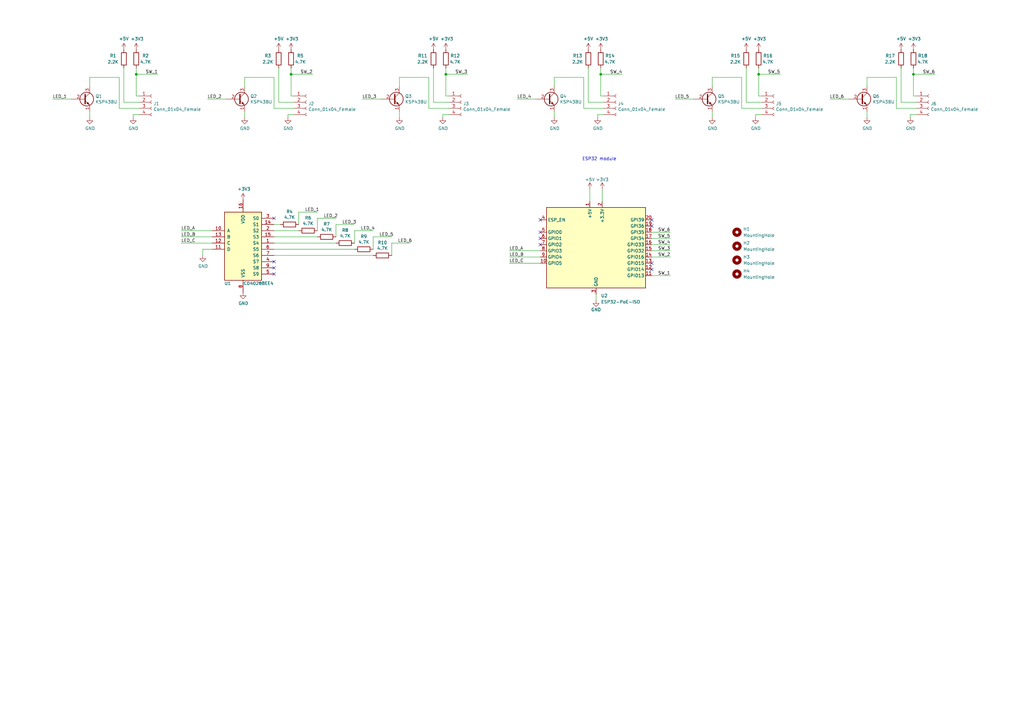
<source format=kicad_sch>
(kicad_sch (version 20211123) (generator eeschema)
  (paper "A3")
  (title_block (title "SM Desk Video switcher mainboard"))
  (lib_symbols
    (symbol "4xxx:4028" (pin_names (offset 1.016))
      (property "Reference" "U" (at -7.62 13.97 0))
      (property "Value" "4028" (at -7.62 -16.51 0))
      (symbol "4028_1_0"
        (pin output line (at 12.7 0 180) (length 5.08) (name "S4") (number "1"))
        (pin input line (at -12.7 5.08 0) (length 5.08) (name "A") (number "10"))
        (pin input line (at -12.7 -2.54 0) (length 5.08) (name "D") (number "11"))
        (pin input line (at -12.7 0 0) (length 5.08) (name "C") (number "12"))
        (pin input line (at -12.7 2.54 0) (length 5.08) (name "B") (number "13"))
        (pin output line (at 12.7 7.62 180) (length 5.08) (name "S1") (number "14"))
        (pin output line (at 12.7 2.54 180) (length 5.08) (name "S3") (number "15"))
        (pin power_in line (at 0 17.78 270) (length 5.08) (name "VDD") (number "16"))
        (pin output line (at 12.7 5.08 180) (length 5.08) (name "S2") (number "2"))
        (pin output line (at 12.7 10.16 180) (length 5.08) (name "S0") (number "3"))
        (pin output line (at 12.7 -7.62 180) (length 5.08) (name "S7") (number "4"))
        (pin output line (at 12.7 -12.7 180) (length 5.08) (name "S9") (number "5"))
        (pin output line (at 12.7 -2.54 180) (length 5.08) (name "S5") (number "6"))
        (pin output line (at 12.7 -5.08 180) (length 5.08) (name "S6") (number "7"))
        (pin power_in line (at 0 -20.32 90) (length 5.08) (name "VSS") (number "8"))
        (pin output line (at 12.7 -10.16 180) (length 5.08) (name "S8") (number "9"))
      )
      (symbol "4028_1_1"
        (rectangle (start -7.62 12.7) (end 7.62 -15.24) (stroke (width 0.254)) (fill (type background)))
      )
    )
    (symbol "Connector:Conn_01x04_Female" (pin_names (offset 1.016) hide)
      (property "Reference" "J" (at 0 5.08 0))
      (property "Value" "Conn_01x04_Female" (at 0 -7.62 0))
      (symbol "Conn_01x04_Female_1_1"
        (arc (start 0 -4.572) (mid -0.508 -5.08) (end 0 -5.588) (stroke (width 0.1524)))
        (arc (start 0 -2.032) (mid -0.508 -2.54) (end 0 -3.048) (stroke (width 0.1524)))
        (polyline (pts (xy -1.27 -5.08) (xy -0.508 -5.08)) (stroke (width 0.1524)))
        (polyline (pts (xy -1.27 -2.54) (xy -0.508 -2.54)) (stroke (width 0.1524)))
        (polyline (pts (xy -1.27 0) (xy -0.508 0)) (stroke (width 0.1524)))
        (polyline (pts (xy -1.27 2.54) (xy -0.508 2.54)) (stroke (width 0.1524)))
        (arc (start 0 0.508) (mid -0.508 0) (end 0 -0.508) (stroke (width 0.1524)))
        (arc (start 0 3.048) (mid -0.508 2.54) (end 0 2.032) (stroke (width 0.1524)))
        (pin passive line (at -5.08 2.54 0) (length 3.81) (name "Pin_1") (number "1"))
        (pin passive line (at -5.08 0 0) (length 3.81) (name "Pin_2") (number "2"))
        (pin passive line (at -5.08 -2.54 0) (length 3.81) (name "Pin_3") (number "3"))
        (pin passive line (at -5.08 -5.08 0) (length 3.81) (name "Pin_4") (number "4"))
      )
    )
    (symbol "Device:Q_NPN_EBC" (pin_names (offset 0) hide)
      (property "Reference" "Q" (at 5.08 1.27 0))
      (property "Value" "Q_NPN_EBC" (at 5.08 -1.27 0))
      (symbol "Q_NPN_EBC_0_1"
        (polyline (pts (xy 0.635 0.635) (xy 2.54 2.54)))
        (polyline (pts (xy 0.635 -0.635) (xy 2.54 -2.54) (xy 2.54 -2.54)))
        (polyline (pts (xy 0.635 1.905) (xy 0.635 -1.905) (xy 0.635 -1.905)) (stroke (width 0.508)))
        (polyline (pts (xy 1.27 -1.778) (xy 1.778 -1.27) (xy 2.286 -2.286) (xy 1.27 -1.778) (xy 1.27 -1.778)) (fill (type outline)))
        (circle (center 1.27 0) (radius 2.8194) (stroke (width 0.254)))
      )
      (symbol "Q_NPN_EBC_1_1"
        (pin passive line (at 2.54 -5.08 90) (length 2.54) (name "E") (number "1"))
        (pin passive line (at -5.08 0 0) (length 5.715) (name "B") (number "2"))
        (pin passive line (at 2.54 5.08 270) (length 2.54) (name "C") (number "3"))
      )
    )
    (symbol "Device:R" (pin_numbers hide) (pin_names (offset 0))
      (property "Reference" "R" (at 2.032 0 90))
      (property "Value" "R" (at 0 0 90))
      (symbol "R_0_1"
        (rectangle (start -1.016 -2.54) (end 1.016 2.54) (stroke (width 0.254)))
      )
      (symbol "R_1_1"
        (pin passive line (at 0 3.81 270) (length 1.27) (name "~") (number "1"))
        (pin passive line (at 0 -3.81 90) (length 1.27) (name "~") (number "2"))
      )
    )
    (symbol "MCU_Espressif:ESP32-PoE-ISO"
      (property "Reference" "U" (at 0 0 0))
      (property "Value" "ESP32-PoE-ISO" (at 0 0 0))
      (symbol "ESP32-PoE-ISO_0_1"
        (rectangle (start -20.32 48.26) (end 20.32 15.24) (stroke (width 0.254)) (fill (type background)))
      )
      (symbol "ESP32-PoE-ISO_1_1"
        (pin power_in line (at -2.54 50.8 270) (length 2.54) (name "+5V") (number "1"))
        (pin bidirectional line (at -22.86 25.4 0) (length 2.54) (name "GPIO5") (number "10"))
        (pin bidirectional line (at 22.86 20.32 180) (length 2.54) (name "GPIO13") (number "11"))
        (pin bidirectional line (at 22.86 22.86 180) (length 2.54) (name "GPIO14") (number "12"))
        (pin bidirectional line (at 22.86 25.4 180) (length 2.54) (name "GPIO15") (number "13"))
        (pin bidirectional line (at 22.86 27.94 180) (length 2.54) (name "GPIO16") (number "14"))
        (pin bidirectional line (at 22.86 30.48 180) (length 2.54) (name "GPIO32") (number "15"))
        (pin bidirectional line (at 22.86 33.02 180) (length 2.54) (name "GPIO33") (number "16"))
        (pin input line (at 22.86 35.56 180) (length 2.54) (name "GPI34") (number "17"))
        (pin input line (at 22.86 38.1 180) (length 2.54) (name "GPI35") (number "18"))
        (pin input line (at 22.86 40.64 180) (length 2.54) (name "GPI36") (number "19"))
        (pin power_in line (at 2.54 50.8 270) (length 2.54) (name "+3.3V") (number "2"))
        (pin input line (at 22.86 43.18 180) (length 2.54) (name "GPI39") (number "20"))
        (pin power_in line (at 0 12.7 90) (length 2.54) (name "GND") (number "3"))
        (pin input line (at -22.86 43.18 0) (length 2.54) (name "ESP_EN") (number "4"))
        (pin bidirectional line (at -22.86 38.1 0) (length 2.54) (name "GPIO0") (number "5"))
        (pin bidirectional line (at -22.86 35.56 0) (length 2.54) (name "GPIO1") (number "6"))
        (pin bidirectional line (at -22.86 33.02 0) (length 2.54) (name "GPIO2") (number "7"))
        (pin bidirectional line (at -22.86 30.48 0) (length 2.54) (name "GPIO3") (number "8"))
        (pin bidirectional line (at -22.86 27.94 0) (length 2.54) (name "GPIO4") (number "9"))
      )
    )
    (symbol "Mechanical:MountingHole" (pin_names (offset 1.016))
      (property "Reference" "H" (at 0 5.08 0))
      (property "Value" "MountingHole" (at 0 3.175 0))
      (symbol "MountingHole_0_1"
        (circle (center 0 0) (radius 1.27) (stroke (width 1.27)))
      )
    )
    (symbol "power:+3.3V" (power) (pin_names (offset 0))
      (property "Value" "+3.3V" (at 0 3.556 0))
      (symbol "+3.3V_0_1"
        (polyline (pts (xy -0.762 1.27) (xy 0 2.54)))
        (polyline (pts (xy 0 0) (xy 0 2.54)))
        (polyline (pts (xy 0 2.54) (xy 0.762 1.27)))
      )
      (symbol "+3.3V_1_1"
        (pin power_in line (at 0 0 90) (length 0) hide (name "+3V3") (number "1"))
      )
    )
    (symbol "power:+5V" (power) (pin_names (offset 0))
      (property "Value" "+5V" (at 0 3.556 0))
      (symbol "+5V_0_1"
        (polyline (pts (xy -0.762 1.27) (xy 0 2.54)))
        (polyline (pts (xy 0 0) (xy 0 2.54)))
        (polyline (pts (xy 0 2.54) (xy 0.762 1.27)))
      )
      (symbol "+5V_1_1"
        (pin power_in line (at 0 0 90) (length 0) hide (name "+5V") (number "1"))
      )
    )
    (symbol "power:GND" (power) (pin_names (offset 0))
      (property "Value" "GND" (at 0 -3.81 0))
      (symbol "GND_0_1"
        (polyline (pts (xy 0 0) (xy 0 -1.27) (xy 1.27 -1.27) (xy 0 -2.54) (xy -1.27 -1.27) (xy 0 -1.27)))
      )
      (symbol "GND_1_1"
        (pin power_in line (at 0 0 270) (length 0) hide (name "GND") (number "1"))
      )
    )
  )
  (junction (at 55.88 30.48))
  (junction (at 119.38 30.48))
  (junction (at 182.88 30.48))
  (junction (at 311.15 30.48))
  (junction (at 374.65 30.48))
  (junction (at 246.38 30.48))
  (no_connect (at 267.335 92.71))
  (no_connect (at 267.335 90.17))
  (no_connect (at 221.615 95.25))
  (no_connect (at 221.615 97.79))
  (no_connect (at 112.395 112.395))
  (no_connect (at 112.395 107.315))
  (no_connect (at 112.395 89.535))
  (no_connect (at 112.395 109.855))
  (no_connect (at 267.335 107.95))
  (no_connect (at 267.335 110.49))
  (no_connect (at 221.615 100.33))
  (no_connect (at 221.615 90.17))
  (wire (pts (xy 153.035 97.155) (xy 160.655 97.155)))
  (wire (pts (xy 122.555 86.995) (xy 130.175 86.995)))
  (wire (pts (xy 304.165 44.45) (xy 312.42 44.45)))
  (wire (pts (xy 374.65 30.48) (xy 374.65 39.37)))
  (wire (pts (xy 153.035 104.775) (xy 112.395 104.775)))
  (wire (pts (xy 304.165 31.75) (xy 292.1 31.75)))
  (wire (pts (xy 119.38 27.94) (xy 119.38 30.48)))
  (wire (pts (xy 112.395 31.75) (xy 100.33 31.75)))
  (wire (pts (xy 118.11 46.99) (xy 120.65 46.99)))
  (wire (pts (xy 355.6 31.75) (xy 355.6 35.56)))
  (wire (pts (xy 36.83 31.75) (xy 36.83 35.56)))
  (wire (pts (xy 181.61 48.26) (xy 181.61 46.99)))
  (wire (pts (xy 267.335 102.87) (xy 274.955 102.87)))
  (wire (pts (xy 36.83 48.26) (xy 36.83 45.72)))
  (wire (pts (xy 130.175 89.535) (xy 137.795 89.535)))
  (wire (pts (xy 267.335 105.41) (xy 274.955 105.41)))
  (wire (pts (xy 181.61 46.99) (xy 184.15 46.99)))
  (wire (pts (xy 112.395 99.695) (xy 137.795 99.695)))
  (wire (pts (xy 48.895 44.45) (xy 57.15 44.45)))
  (wire (pts (xy 239.395 31.75) (xy 227.33 31.75)))
  (wire (pts (xy 239.395 44.45) (xy 239.395 31.75)))
  (wire (pts (xy 55.88 27.94) (xy 55.88 30.48)))
  (wire (pts (xy 184.15 39.37) (xy 182.88 39.37)))
  (wire (pts (xy 267.335 95.25) (xy 274.955 95.25)))
  (wire (pts (xy 48.895 31.75) (xy 36.83 31.75)))
  (wire (pts (xy 57.15 41.91) (xy 50.8 41.91)))
  (wire (pts (xy 145.415 102.235) (xy 112.395 102.235)))
  (wire (pts (xy 311.15 30.48) (xy 320.04 30.48)))
  (wire (pts (xy 112.395 44.45) (xy 112.395 31.75)))
  (wire (pts (xy 227.33 48.26) (xy 227.33 45.72)))
  (wire (pts (xy 83.185 104.775) (xy 83.185 102.235)))
  (wire (pts (xy 267.335 97.79) (xy 274.955 97.79)))
  (wire (pts (xy 153.035 102.235) (xy 153.035 97.155)))
  (wire (pts (xy 247.65 39.37) (xy 246.38 39.37)))
  (wire (pts (xy 373.38 48.26) (xy 373.38 46.99)))
  (wire (pts (xy 311.15 27.94) (xy 311.15 30.48)))
  (wire (pts (xy 55.88 30.48) (xy 55.88 39.37)))
  (wire (pts (xy 355.6 48.26) (xy 355.6 45.72)))
  (wire (pts (xy 292.1 48.26) (xy 292.1 45.72)))
  (wire (pts (xy 50.8 27.94) (xy 50.8 41.91)))
  (wire (pts (xy 54.61 46.99) (xy 57.15 46.99)))
  (wire (pts (xy 246.38 30.48) (xy 246.38 39.37)))
  (wire (pts (xy 309.88 48.26) (xy 309.88 46.99)))
  (wire (pts (xy 177.8 27.94) (xy 177.8 41.91)))
  (wire (pts (xy 184.15 41.91) (xy 177.8 41.91)))
  (wire (pts (xy 208.915 102.87) (xy 221.615 102.87)))
  (wire (pts (xy 244.475 120.65) (xy 244.475 123.19)))
  (wire (pts (xy 145.415 99.695) (xy 145.415 94.615)))
  (wire (pts (xy 367.665 44.45) (xy 367.665 31.75)))
  (wire (pts (xy 29.21 40.64) (xy 21.59 40.64)))
  (wire (pts (xy 312.42 41.91) (xy 306.07 41.91)))
  (wire (pts (xy 373.38 46.99) (xy 375.92 46.99)))
  (wire (pts (xy 112.395 94.615) (xy 122.555 94.615)))
  (wire (pts (xy 74.295 99.695) (xy 86.995 99.695)))
  (wire (pts (xy 241.3 27.94) (xy 241.3 41.91)))
  (wire (pts (xy 163.83 48.26) (xy 163.83 45.72)))
  (wire (pts (xy 245.11 48.26) (xy 245.11 46.99)))
  (wire (pts (xy 114.3 27.94) (xy 114.3 41.91)))
  (wire (pts (xy 122.555 92.075) (xy 122.555 86.995)))
  (wire (pts (xy 145.415 94.615) (xy 153.035 94.615)))
  (wire (pts (xy 309.88 46.99) (xy 312.42 46.99)))
  (wire (pts (xy 92.71 40.64) (xy 85.09 40.64)))
  (wire (pts (xy 374.65 30.48) (xy 383.54 30.48)))
  (wire (pts (xy 137.795 97.155) (xy 137.795 92.075)))
  (wire (pts (xy 137.795 92.075) (xy 145.415 92.075)))
  (wire (pts (xy 160.655 104.775) (xy 160.655 99.695)))
  (wire (pts (xy 347.98 40.64) (xy 340.36 40.64)))
  (wire (pts (xy 119.38 30.48) (xy 128.27 30.48)))
  (wire (pts (xy 182.88 30.48) (xy 191.77 30.48)))
  (wire (pts (xy 114.935 92.075) (xy 112.395 92.075)))
  (wire (pts (xy 175.895 44.45) (xy 184.15 44.45)))
  (wire (pts (xy 55.88 30.48) (xy 64.77 30.48)))
  (wire (pts (xy 119.38 30.48) (xy 119.38 39.37)))
  (wire (pts (xy 120.65 39.37) (xy 119.38 39.37)))
  (wire (pts (xy 245.11 46.99) (xy 247.65 46.99)))
  (wire (pts (xy 182.88 27.94) (xy 182.88 30.48)))
  (wire (pts (xy 208.915 105.41) (xy 221.615 105.41)))
  (wire (pts (xy 367.665 44.45) (xy 375.92 44.45)))
  (wire (pts (xy 367.665 31.75) (xy 355.6 31.75)))
  (wire (pts (xy 284.48 40.64) (xy 276.86 40.64)))
  (wire (pts (xy 239.395 44.45) (xy 247.65 44.45)))
  (wire (pts (xy 219.71 40.64) (xy 212.09 40.64)))
  (wire (pts (xy 227.33 31.75) (xy 227.33 35.56)))
  (wire (pts (xy 267.335 113.03) (xy 274.955 113.03)))
  (wire (pts (xy 175.895 44.45) (xy 175.895 31.75)))
  (wire (pts (xy 118.11 48.26) (xy 118.11 46.99)))
  (wire (pts (xy 241.935 77.47) (xy 241.935 82.55)))
  (wire (pts (xy 247.015 77.47) (xy 247.015 82.55)))
  (wire (pts (xy 247.65 41.91) (xy 241.3 41.91)))
  (wire (pts (xy 292.1 31.75) (xy 292.1 35.56)))
  (wire (pts (xy 156.21 40.64) (xy 148.59 40.64)))
  (wire (pts (xy 375.92 41.91) (xy 369.57 41.91)))
  (wire (pts (xy 130.175 94.615) (xy 130.175 89.535)))
  (wire (pts (xy 312.42 39.37) (xy 311.15 39.37)))
  (wire (pts (xy 120.65 41.91) (xy 114.3 41.91)))
  (wire (pts (xy 74.295 97.155) (xy 86.995 97.155)))
  (wire (pts (xy 182.88 30.48) (xy 182.88 39.37)))
  (wire (pts (xy 311.15 30.48) (xy 311.15 39.37)))
  (wire (pts (xy 48.895 44.45) (xy 48.895 31.75)))
  (wire (pts (xy 74.295 94.615) (xy 86.995 94.615)))
  (wire (pts (xy 369.57 27.94) (xy 369.57 41.91)))
  (wire (pts (xy 304.165 44.45) (xy 304.165 31.75)))
  (wire (pts (xy 375.92 39.37) (xy 374.65 39.37)))
  (wire (pts (xy 208.915 107.95) (xy 221.615 107.95)))
  (wire (pts (xy 246.38 30.48) (xy 255.27 30.48)))
  (wire (pts (xy 175.895 31.75) (xy 163.83 31.75)))
  (wire (pts (xy 374.65 27.94) (xy 374.65 30.48)))
  (wire (pts (xy 306.07 27.94) (xy 306.07 41.91)))
  (wire (pts (xy 57.15 39.37) (xy 55.88 39.37)))
  (wire (pts (xy 246.38 27.94) (xy 246.38 30.48)))
  (wire (pts (xy 163.83 31.75) (xy 163.83 35.56)))
  (wire (pts (xy 112.395 44.45) (xy 120.65 44.45)))
  (wire (pts (xy 100.33 31.75) (xy 100.33 35.56)))
  (wire (pts (xy 160.655 99.695) (xy 168.275 99.695)))
  (wire (pts (xy 112.395 97.155) (xy 130.175 97.155)))
  (wire (pts (xy 100.33 48.26) (xy 100.33 45.72)))
  (wire (pts (xy 83.185 102.235) (xy 86.995 102.235)))
  (wire (pts (xy 267.335 100.33) (xy 274.955 100.33)))
  (wire (pts (xy 54.61 48.26) (xy 54.61 46.99)))
  (text "ESP32 module" (at 238.76 66.04 0) (effects (font (size 1.27 1.27)) (justify left bottom)))
  (label "LED_1" (at 125.095 86.995 0))
  (label "LED_4" (at 212.09 40.64 0))
  (label "SW_2" (at 269.875 105.41 0))
  (label "LED_4" (at 147.955 94.615 0))
  (label "LED_5" (at 276.86 40.64 0))
  (label "LED_C" (at 74.295 99.695 0))
  (label "LED_2" (at 132.715 89.535 0))
  (label "LED_A" (at 208.915 102.87 0))
  (label "LED_1" (at 21.59 40.64 0))
  (label "LED_B" (at 208.915 105.41 0))
  (label "SW_2" (at 123.19 30.48 0))
  (label "SW_3" (at 269.875 102.87 0))
  (label "LED_C" (at 208.915 107.95 0))
  (label "SW_6" (at 269.875 95.25 0))
  (label "SW_4" (at 269.875 100.33 0))
  (label "LED_6" (at 340.36 40.64 0))
  (label "LED_3" (at 140.335 92.075 0))
  (label "LED_6" (at 163.195 99.695 0))
  (label "SW_5" (at 269.875 97.79 0))
  (label "LED_A" (at 74.295 94.615 0))
  (label "SW_6" (at 378.46 30.48 0))
  (label "LED_2" (at 85.09 40.64 0))
  (label "LED_B" (at 74.295 97.155 0))
  (label "SW_4" (at 250.19 30.48 0))
  (label "SW_1" (at 269.875 113.03 0))
  (label "SW_1" (at 59.69 30.48 0))
  (label "SW_5" (at 314.96 30.48 0))
  (label "LED_3" (at 148.59 40.64 0))
  (label "SW_3" (at 186.69 30.48 0))
  (label "LED_5" (at 155.575 97.155 0))
  (symbol (lib_id "power:GND") (at 99.695 120.015 0) (unit 1)
    (property "Reference" "#PWR07" (effects hide))
    (property "Value" "GND" (at 99.822 124.4092 0))
  )
  (symbol (lib_id "power:+3.3V") (at 99.695 81.915 0) (unit 1)
    (property "Reference" "#PWR06" (effects hide))
    (property "Value" "+3.3V" (at 100.076 77.5208 0))
  )
  (symbol (lib_id "Device:R") (at 118.745 92.075 270) (unit 1)
    (property "Reference" "R4" (at 118.745 86.8172 90))
    (property "Value" "4.7K" (at 118.745 89.1286 90))
    (property "Footprint" "Resistor_THT:R_Axial_DIN0207_L6.3mm_D2.5mm_P10.16mm_Horizontal" (effects hide))
  )
  (symbol (lib_id "Device:R") (at 126.365 94.615 270) (unit 1)
    (property "Reference" "R6" (at 126.365 89.3572 90))
    (property "Value" "4.7K" (at 126.365 91.6686 90))
    (property "Footprint" "Resistor_THT:R_Axial_DIN0207_L6.3mm_D2.5mm_P10.16mm_Horizontal" (effects hide))
  )
  (symbol (lib_id "Device:R") (at 133.985 97.155 270) (unit 1)
    (property "Reference" "R7" (at 133.985 91.8972 90))
    (property "Value" "4.7K" (at 133.985 94.2086 90))
    (property "Footprint" "Resistor_THT:R_Axial_DIN0207_L6.3mm_D2.5mm_P10.16mm_Horizontal" (effects hide))
  )
  (symbol (lib_id "Device:R") (at 141.605 99.695 270) (unit 1)
    (property "Reference" "R8" (at 141.605 94.4372 90))
    (property "Value" "4.7K" (at 141.605 96.7486 90))
    (property "Footprint" "Resistor_THT:R_Axial_DIN0207_L6.3mm_D2.5mm_P10.16mm_Horizontal" (effects hide))
  )
  (symbol (lib_id "Device:R") (at 149.225 102.235 270) (unit 1)
    (property "Reference" "R9" (at 149.225 96.9772 90))
    (property "Value" "4.7K" (at 149.225 99.2886 90))
    (property "Footprint" "Resistor_THT:R_Axial_DIN0207_L6.3mm_D2.5mm_P10.16mm_Horizontal" (effects hide))
  )
  (symbol (lib_id "Device:R") (at 156.845 104.775 270) (unit 1)
    (property "Reference" "R10" (at 156.845 99.5172 90))
    (property "Value" "4.7K" (at 156.845 101.8286 90))
    (property "Footprint" "Resistor_THT:R_Axial_DIN0207_L6.3mm_D2.5mm_P10.16mm_Horizontal" (effects hide))
  )
  (symbol (lib_id "4xxx:4028") (at 99.695 99.695 0) (unit 1)
    (property "Reference" "U1" (at 93.345 116.205 0))
    (property "Value" "CD4028BEE4" (at 106.045 116.205 0))
    (property "Footprint" "Package_DIP:DIP-16_W7.62mm_Socket" (effects hide))
    (property "Datasheet" "http://www.intersil.com/content/dam/Intersil/documents/cd40/cd4028bms.pdf" (effects hide))
  )
  (symbol (lib_id "power:GND") (at 83.185 104.775 0) (unit 1)
    (property "Reference" "#PWR05" (effects hide))
    (property "Value" "GND" (at 83.312 109.1692 0))
  )
  (symbol (lib_id "power:+3.3V") (at 55.88 20.32 0) (unit 1)
    (property "Reference" "#PWR04" (effects hide))
    (property "Value" "+3.3V" (at 56.261 15.9258 0))
  )
  (symbol (lib_id "Device:R") (at 55.88 24.13 180) (unit 1)
    (property "Reference" "R2" (at 59.69 22.86 0))
    (property "Value" "4.7K" (at 59.69 25.4 0))
    (property "Footprint" "Resistor_THT:R_Axial_DIN0207_L6.3mm_D2.5mm_P10.16mm_Horizontal" (effects hide))
  )
  (symbol (lib_id "power:GND") (at 54.61 48.26 0) (unit 1)
    (property "Reference" "#PWR03" (effects hide))
    (property "Value" "GND" (at 54.737 52.6542 0))
  )
  (symbol (lib_id "Device:Q_NPN_EBC") (at 34.29 40.64 0) (unit 1)
    (property "Reference" "Q1" (at 39.1414 39.4716 0) (effects (justify left)))
    (property "Value" "KSP43BU" (at 39.1414 41.783 0) (effects (justify left)))
    (property "Footprint" "Package_TO_SOT_THT:TO-92_Inline_Wide" (effects hide))
  )
  (symbol (lib_id "power:GND") (at 36.83 48.26 0) (unit 1)
    (property "Reference" "#PWR01" (effects hide))
    (property "Value" "GND" (at 36.957 52.6542 0))
  )
  (symbol (lib_id "Connector:Conn_01x04_Female") (at 62.23 41.91 0) (unit 1)
    (property "Reference" "J1" (at 62.9412 42.5196 0) (effects (justify left)))
    (property "Value" "Conn_01x04_Female" (at 62.9412 44.831 0) (effects (justify left)))
    (property "Footprint" "Connector_PinHeader_2.54mm:PinHeader_1x04_P2.54mm_Vertical" (effects hide))
  )
  (symbol (lib_id "Connector:Conn_01x04_Female") (at 125.73 41.91 0) (unit 1)
    (property "Reference" "J2" (at 126.4412 42.5196 0) (effects (justify left)))
    (property "Value" "Conn_01x04_Female" (at 126.4412 44.831 0) (effects (justify left)))
    (property "Footprint" "Connector_PinHeader_2.54mm:PinHeader_1x04_P2.54mm_Vertical" (effects hide))
  )
  (symbol (lib_id "power:GND") (at 244.475 123.19 0) (unit 1)
    (property "Reference" "#PWR019" (effects hide))
    (property "Value" "GND" (at 244.475 127 0))
  )
  (symbol (lib_id "Mechanical:MountingHole") (at 302.26 95.25 0) (unit 1)
    (property "Reference" "H1" (at 304.8 93.9799 0) (effects (justify left)))
    (property "Value" "MountingHole" (at 304.8 96.5199 0) (effects (justify left)))
    (property "Footprint" "MountingHole:MountingHole_3.2mm_M3" (effects hide))
  )
  (symbol (lib_id "power:+3.3V") (at 374.65 20.32 0) (unit 1)
    (property "Reference" "#PWR029" (effects hide))
    (property "Value" "+3.3V" (at 375.031 15.9258 0))
  )
  (symbol (lib_id "power:GND") (at 118.11 48.26 0) (unit 1)
    (property "Reference" "#PWR010" (effects hide))
    (property "Value" "GND" (at 118.237 52.6542 0))
  )
  (symbol (lib_id "Connector:Conn_01x04_Female") (at 381 41.91 0) (unit 1)
    (property "Reference" "J6" (at 381.7112 42.5196 0) (effects (justify left)))
    (property "Value" "Conn_01x04_Female" (at 381.7112 44.831 0) (effects (justify left)))
    (property "Footprint" "Connector_PinHeader_2.54mm:PinHeader_1x04_P2.54mm_Vertical" (effects hide))
  )
  (symbol (lib_id "Device:R") (at 306.07 24.13 180) (unit 1)
    (property "Reference" "R15" (at 301.625 22.86 0))
    (property "Value" "2.2K" (at 301.625 25.4 0))
    (property "Footprint" "Resistor_THT:R_Axial_DIN0207_L6.3mm_D2.5mm_P10.16mm_Horizontal" (effects hide))
  )
  (symbol (lib_id "Mechanical:MountingHole") (at 302.26 100.965 0) (unit 1)
    (property "Reference" "H2" (at 304.8 99.6949 0) (effects (justify left)))
    (property "Value" "MountingHole" (at 304.8 102.2349 0) (effects (justify left)))
    (property "Footprint" "MountingHole:MountingHole_3.2mm_M3" (effects hide))
  )
  (symbol (lib_id "power:+3.3V") (at 247.015 77.47 0) (unit 1)
    (property "Reference" "#PWR0101" (effects hide))
    (property "Value" "+3.3V" (at 247.015 73.66 0))
  )
  (symbol (lib_id "power:GND") (at 227.33 48.26 0) (unit 1)
    (property "Reference" "#PWR016" (effects hide))
    (property "Value" "GND" (at 227.457 52.6542 0))
  )
  (symbol (lib_id "power:GND") (at 100.33 48.26 0) (unit 1)
    (property "Reference" "#PWR08" (effects hide))
    (property "Value" "GND" (at 100.457 52.6542 0))
  )
  (symbol (lib_id "Device:Q_NPN_EBC") (at 97.79 40.64 0) (unit 1)
    (property "Reference" "Q2" (at 102.6414 39.4716 0) (effects (justify left)))
    (property "Value" "KSP43BU" (at 102.6414 41.783 0) (effects (justify left)))
    (property "Footprint" "Package_TO_SOT_THT:TO-92_Inline_Wide" (effects hide))
  )
  (symbol (lib_id "Device:R") (at 369.57 24.13 180) (unit 1)
    (property "Reference" "R17" (at 365.125 22.86 0))
    (property "Value" "2.2K" (at 365.125 25.4 0))
    (property "Footprint" "Resistor_THT:R_Axial_DIN0207_L6.3mm_D2.5mm_P10.16mm_Horizontal" (effects hide))
  )
  (symbol (lib_id "power:GND") (at 309.88 48.26 0) (unit 1)
    (property "Reference" "#PWR024" (effects hide))
    (property "Value" "GND" (at 310.007 52.6542 0))
  )
  (symbol (lib_id "Device:R") (at 50.8 24.13 180) (unit 1)
    (property "Reference" "R1" (at 46.355 22.86 0))
    (property "Value" "2.2K" (at 46.355 25.4 0))
    (property "Footprint" "Resistor_THT:R_Axial_DIN0207_L6.3mm_D2.5mm_P10.16mm_Horizontal" (effects hide))
  )
  (symbol (lib_id "power:+5V") (at 369.57 20.32 0) (unit 1)
    (property "Reference" "#PWR027" (effects hide))
    (property "Value" "+5V" (at 369.57 15.875 0))
  )
  (symbol (lib_id "Connector:Conn_01x04_Female") (at 189.23 41.91 0) (unit 1)
    (property "Reference" "J3" (at 189.9412 42.5196 0) (effects (justify left)))
    (property "Value" "Conn_01x04_Female" (at 189.9412 44.831 0) (effects (justify left)))
    (property "Footprint" "Connector_PinHeader_2.54mm:PinHeader_1x04_P2.54mm_Vertical" (effects hide))
  )
  (symbol (lib_id "Connector:Conn_01x04_Female") (at 252.73 41.91 0) (unit 1)
    (property "Reference" "J4" (at 253.4412 42.5196 0) (effects (justify left)))
    (property "Value" "Conn_01x04_Female" (at 253.4412 44.831 0) (effects (justify left)))
    (property "Footprint" "Connector_PinHeader_2.54mm:PinHeader_1x04_P2.54mm_Vertical" (effects hide))
  )
  (symbol (lib_id "Device:R") (at 182.88 24.13 180) (unit 1)
    (property "Reference" "R12" (at 186.69 22.86 0))
    (property "Value" "4.7K" (at 186.69 25.4 0))
    (property "Footprint" "Resistor_THT:R_Axial_DIN0207_L6.3mm_D2.5mm_P10.16mm_Horizontal" (effects hide))
  )
  (symbol (lib_id "power:GND") (at 355.6 48.26 0) (unit 1)
    (property "Reference" "#PWR026" (effects hide))
    (property "Value" "GND" (at 355.727 52.6542 0))
  )
  (symbol (lib_id "Mechanical:MountingHole") (at 302.26 112.395 0) (unit 1)
    (property "Reference" "H4" (at 304.8 111.1249 0) (effects (justify left)))
    (property "Value" "MountingHole" (at 304.8 113.6649 0) (effects (justify left)))
    (property "Footprint" "MountingHole:MountingHole_3.2mm_M3" (effects hide))
  )
  (symbol (lib_id "Mechanical:MountingHole") (at 302.26 106.68 0) (unit 1)
    (property "Reference" "H3" (at 304.8 105.4099 0) (effects (justify left)))
    (property "Value" "MountingHole" (at 304.8 107.9499 0) (effects (justify left)))
    (property "Footprint" "MountingHole:MountingHole_3.2mm_M3" (effects hide))
  )
  (symbol (lib_id "Device:R") (at 119.38 24.13 180) (unit 1)
    (property "Reference" "R5" (at 123.19 22.86 0))
    (property "Value" "4.7K" (at 123.19 25.4 0))
    (property "Footprint" "Resistor_THT:R_Axial_DIN0207_L6.3mm_D2.5mm_P10.16mm_Horizontal" (effects hide))
  )
  (symbol (lib_id "power:+5V") (at 50.8 20.32 0) (unit 1)
    (property "Reference" "#PWR02" (effects hide))
    (property "Value" "+5V" (at 50.8 15.875 0))
  )
  (symbol (lib_id "Device:R") (at 114.3 24.13 180) (unit 1)
    (property "Reference" "R3" (at 109.855 22.86 0))
    (property "Value" "2.2K" (at 109.855 25.4 0))
    (property "Footprint" "Resistor_THT:R_Axial_DIN0207_L6.3mm_D2.5mm_P10.16mm_Horizontal" (effects hide))
  )
  (symbol (lib_id "power:GND") (at 163.83 48.26 0) (unit 1)
    (property "Reference" "#PWR012" (effects hide))
    (property "Value" "GND" (at 163.957 52.6542 0))
  )
  (symbol (lib_id "power:GND") (at 292.1 48.26 0) (unit 1)
    (property "Reference" "#PWR022" (effects hide))
    (property "Value" "GND" (at 292.227 52.6542 0))
  )
  (symbol (lib_id "power:+3.3V") (at 246.38 20.32 0) (unit 1)
    (property "Reference" "#PWR021" (effects hide))
    (property "Value" "+3.3V" (at 246.761 15.9258 0))
  )
  (symbol (lib_id "MCU_Espressif:ESP32-PoE-ISO") (at 244.475 133.35 0) (unit 1)
    (property "Reference" "U2" (at 246.4944 121.285 0) (effects (justify left)))
    (property "Value" "ESP32-PoE-ISO" (at 246.4944 123.825 0) (effects (justify left)))
    (property "Footprint" "Module:Olimex_ESP32_PoE_ISO" (effects hide))
  )
  (symbol (lib_id "power:GND") (at 245.11 48.26 0) (unit 1)
    (property "Reference" "#PWR020" (effects hide))
    (property "Value" "GND" (at 245.237 52.6542 0))
  )
  (symbol (lib_id "power:GND") (at 373.38 48.26 0) (unit 1)
    (property "Reference" "#PWR028" (effects hide))
    (property "Value" "GND" (at 373.507 52.6542 0))
  )
  (symbol (lib_id "Device:R") (at 177.8 24.13 180) (unit 1)
    (property "Reference" "R11" (at 173.355 22.86 0))
    (property "Value" "2.2K" (at 173.355 25.4 0))
    (property "Footprint" "Resistor_THT:R_Axial_DIN0207_L6.3mm_D2.5mm_P10.16mm_Horizontal" (effects hide))
  )
  (symbol (lib_id "Device:R") (at 241.3 24.13 180) (unit 1)
    (property "Reference" "R13" (at 236.855 22.86 0))
    (property "Value" "2.2K" (at 236.855 25.4 0))
    (property "Footprint" "Resistor_THT:R_Axial_DIN0207_L6.3mm_D2.5mm_P10.16mm_Horizontal" (effects hide))
  )
  (symbol (lib_id "Device:Q_NPN_EBC") (at 161.29 40.64 0) (unit 1)
    (property "Reference" "Q3" (at 166.1414 39.4716 0) (effects (justify left)))
    (property "Value" "KSP43BU" (at 166.1414 41.783 0) (effects (justify left)))
    (property "Footprint" "Package_TO_SOT_THT:TO-92_Inline_Wide" (effects hide))
  )
  (symbol (lib_id "Connector:Conn_01x04_Female") (at 317.5 41.91 0) (unit 1)
    (property "Reference" "J5" (at 318.2112 42.5196 0) (effects (justify left)))
    (property "Value" "Conn_01x04_Female" (at 318.2112 44.831 0) (effects (justify left)))
    (property "Footprint" "Connector_PinHeader_2.54mm:PinHeader_1x04_P2.54mm_Vertical" (effects hide))
  )
  (symbol (lib_id "power:+5V") (at 241.3 20.32 0) (unit 1)
    (property "Reference" "#PWR017" (effects hide))
    (property "Value" "+5V" (at 241.3 15.875 0))
  )
  (symbol (lib_id "power:+3.3V") (at 311.15 20.32 0) (unit 1)
    (property "Reference" "#PWR025" (effects hide))
    (property "Value" "+3.3V" (at 311.531 15.9258 0))
  )
  (symbol (lib_id "power:+3.3V") (at 119.38 20.32 0) (unit 1)
    (property "Reference" "#PWR011" (effects hide))
    (property "Value" "+3.3V" (at 119.761 15.9258 0))
  )
  (symbol (lib_id "Device:Q_NPN_EBC") (at 353.06 40.64 0) (unit 1)
    (property "Reference" "Q6" (at 357.9114 39.4716 0) (effects (justify left)))
    (property "Value" "KSP43BU" (at 357.9114 41.783 0) (effects (justify left)))
    (property "Footprint" "Package_TO_SOT_THT:TO-92_Inline_Wide" (effects hide))
  )
  (symbol (lib_id "power:+5V") (at 177.8 20.32 0) (unit 1)
    (property "Reference" "#PWR013" (effects hide))
    (property "Value" "+5V" (at 177.8 15.875 0))
  )
  (symbol (lib_id "Device:Q_NPN_EBC") (at 289.56 40.64 0) (unit 1)
    (property "Reference" "Q5" (at 294.4114 39.4716 0) (effects (justify left)))
    (property "Value" "KSP43BU" (at 294.4114 41.783 0) (effects (justify left)))
    (property "Footprint" "Package_TO_SOT_THT:TO-92_Inline_Wide" (effects hide))
  )
  (symbol (lib_id "power:+5V") (at 241.935 77.47 0) (unit 1)
    (property "Reference" "#PWR018" (effects hide))
    (property "Value" "+5V" (at 241.935 73.66 0))
  )
  (symbol (lib_id "power:+5V") (at 306.07 20.32 0) (unit 1)
    (property "Reference" "#PWR023" (effects hide))
    (property "Value" "+5V" (at 306.07 15.875 0))
  )
  (symbol (lib_id "power:GND") (at 181.61 48.26 0) (unit 1)
    (property "Reference" "#PWR014" (effects hide))
    (property "Value" "GND" (at 181.737 52.6542 0))
  )
  (symbol (lib_id "Device:R") (at 246.38 24.13 180) (unit 1)
    (property "Reference" "R14" (at 250.19 22.86 0))
    (property "Value" "4.7K" (at 250.19 25.4 0))
    (property "Footprint" "Resistor_THT:R_Axial_DIN0207_L6.3mm_D2.5mm_P10.16mm_Horizontal" (effects hide))
  )
  (symbol (lib_id "power:+3.3V") (at 182.88 20.32 0) (unit 1)
    (property "Reference" "#PWR015" (effects hide))
    (property "Value" "+3.3V" (at 183.261 15.9258 0))
  )
  (symbol (lib_id "power:+5V") (at 114.3 20.32 0) (unit 1)
    (property "Reference" "#PWR09" (effects hide))
    (property "Value" "+5V" (at 114.3 15.875 0))
  )
  (symbol (lib_id "Device:R") (at 374.65 24.13 180) (unit 1)
    (property "Reference" "R18" (at 378.46 22.86 0))
    (property "Value" "4.7K" (at 378.46 25.4 0))
    (property "Footprint" "Resistor_THT:R_Axial_DIN0207_L6.3mm_D2.5mm_P10.16mm_Horizontal" (effects hide))
  )
  (symbol (lib_id "Device:Q_NPN_EBC") (at 224.79 40.64 0) (unit 1)
    (property "Reference" "Q4" (at 229.6414 39.4716 0) (effects (justify left)))
    (property "Value" "KSP43BU" (at 229.6414 41.783 0) (effects (justify left)))
    (property "Footprint" "Package_TO_SOT_THT:TO-92_Inline_Wide" (effects hide))
  )
  (symbol (lib_id "Device:R") (at 311.15 24.13 180) (unit 1)
    (property "Reference" "R16" (at 314.96 22.86 0))
    (property "Value" "4.7K" (at 314.96 25.4 0))
    (property "Footprint" "Resistor_THT:R_Axial_DIN0207_L6.3mm_D2.5mm_P10.16mm_Horizontal" (effects hide))
  )
)
</source>
